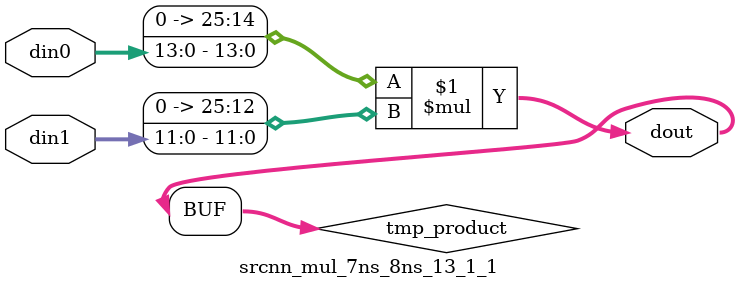
<source format=v>

`timescale 1 ns / 1 ps

  module srcnn_mul_7ns_8ns_13_1_1(din0, din1, dout);
parameter ID = 1;
parameter NUM_STAGE = 0;
parameter din0_WIDTH = 14;
parameter din1_WIDTH = 12;
parameter dout_WIDTH = 26;

input [din0_WIDTH - 1 : 0] din0; 
input [din1_WIDTH - 1 : 0] din1; 
output [dout_WIDTH - 1 : 0] dout;

wire signed [dout_WIDTH - 1 : 0] tmp_product;










assign tmp_product = $signed({1'b0, din0}) * $signed({1'b0, din1});











assign dout = tmp_product;







endmodule

</source>
